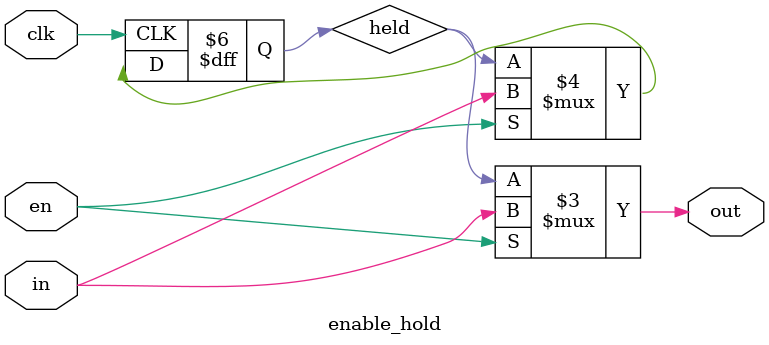
<source format=sv>
`timescale 1ns/1ps

/*
 *  pass a signal through on enable and then hold it until the next cycle
 */


module enable_hold #(
    parameter int WIDTH = 1
) (
    input  wire clk,
    input  wire en,
    input  logic[WIDTH-1:0] in,
    output logic[WIDTH-1:0] out
 );

    logic [WIDTH-1:0] held;

    always_ff @(posedge clk) begin
        if(en) begin
            held <= in;
        end
    end

    always_comb begin
        out = en ? in : held;
    end

 endmodule

</source>
